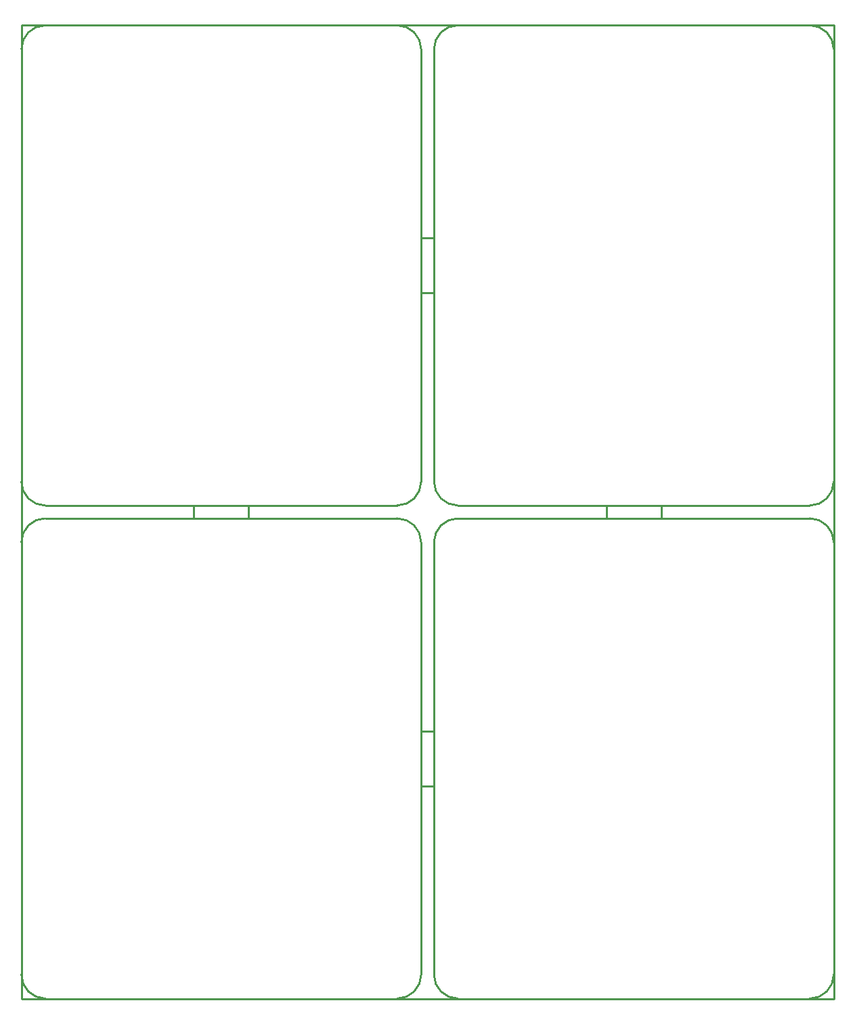
<source format=gko>
G04 Layer: BoardOutlineLayer*
G04 EasyEDA v6.5.22, 2025-01-04 22:24:20*
G04 4654ec591aaf40839b9ddd4dd84afded,10*
G04 Gerber Generator version 0.2*
G04 Scale: 100 percent, Rotated: No, Reflected: No *
G04 Dimensions in millimeters *
G04 leading zeros omitted , absolute positions ,4 integer and 5 decimal *
%FSLAX45Y45*%
%MOMM*%

%ADD10C,0.2540*%
D10*
X0Y299999D02*
G01*
X0Y5699988D01*
X4699990Y0D02*
G01*
X299999Y0D01*
X4999990Y5699988D02*
G01*
X4999990Y299999D01*
X299999Y5999987D02*
G01*
X4699990Y5999987D01*
G75*
G01*
X4699991Y5999988D02*
G02*
X4999990Y5699989I0J-299999D01*
G75*
G01*
X4999990Y299999D02*
G02*
X4699991Y0I-299999J0D01*
G75*
G01*
X299999Y0D02*
G02*
X0Y299999I0J299999D01*
G75*
G01*
X0Y5699989D02*
G02*
X299999Y5999988I299999J0D01*
X5159989Y299999D02*
G01*
X5159989Y5699988D01*
X9859980Y0D02*
G01*
X5459989Y0D01*
X10159979Y5699988D02*
G01*
X10159979Y299999D01*
X5459989Y5999987D02*
G01*
X9859980Y5999987D01*
G75*
G01*
X9859980Y5999988D02*
G02*
X10159980Y5699989I0J-299999D01*
G75*
G01*
X10159980Y299999D02*
G02*
X9859980Y0I-300000J0D01*
G75*
G01*
X5459989Y0D02*
G02*
X5159990Y299999I0J299999D01*
G75*
G01*
X5159990Y5699989D02*
G02*
X5459989Y5999988I299999J0D01*
X0Y-5859988D02*
G01*
X0Y-459999D01*
X4699990Y-6159987D02*
G01*
X299999Y-6159987D01*
X4999990Y-459999D02*
G01*
X4999990Y-5859988D01*
X299999Y-159999D02*
G01*
X4699990Y-159999D01*
G75*
G01*
X4699991Y-160000D02*
G02*
X4999990Y-459999I0J-299999D01*
G75*
G01*
X4999990Y-5859988D02*
G02*
X4699991Y-6159988I-299999J0D01*
G75*
G01*
X299999Y-6159988D02*
G02*
X0Y-5859988I0J300000D01*
G75*
G01*
X0Y-459999D02*
G02*
X299999Y-160000I299999J0D01*
X5159989Y-5859988D02*
G01*
X5159989Y-459999D01*
X9859980Y-6159987D02*
G01*
X5459989Y-6159987D01*
X10159979Y-459999D02*
G01*
X10159979Y-5859988D01*
X5459989Y-159999D02*
G01*
X9859980Y-159999D01*
G75*
G01*
X9859980Y-160000D02*
G02*
X10159980Y-459999I0J-299999D01*
G75*
G01*
X10159980Y-5859988D02*
G02*
X9859980Y-6159988I-300000J0D01*
G75*
G01*
X5459989Y-6159988D02*
G02*
X5159990Y-5859988I0J300000D01*
G75*
G01*
X5159990Y-459999D02*
G02*
X5459989Y-160000I299999J0D01*
X-6Y5999993D02*
G01*
X10159990Y5999993D01*
X10159990Y-6159993D01*
X-6Y-6159993D01*
X-6Y5999993D01*
X2157989Y-150837D02*
G01*
X2157989Y-9166D01*
X2841998Y-150837D02*
G01*
X2841998Y-9166D01*
X7317987Y-150837D02*
G01*
X7317987Y-9166D01*
X8001996Y-150837D02*
G01*
X8001996Y-9166D01*
X5150830Y3342002D02*
G01*
X5009156Y3342002D01*
X5150830Y2657993D02*
G01*
X5009156Y2657993D01*
X5150830Y-2817990D02*
G01*
X5009156Y-2817990D01*
X5150830Y-3501999D02*
G01*
X5009156Y-3501999D01*

%LPD*%
M02*

</source>
